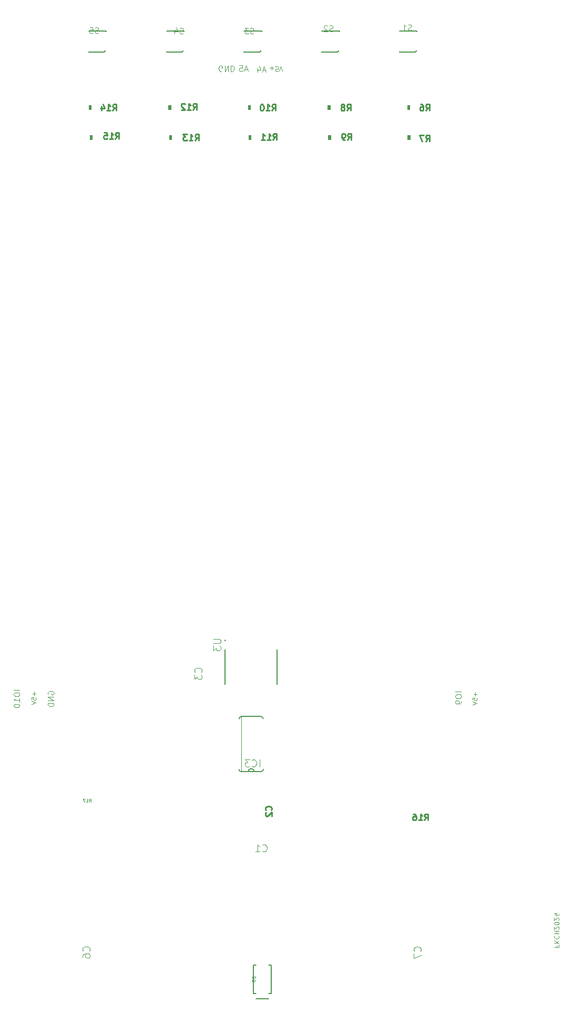
<source format=gbr>
%TF.GenerationSoftware,KiCad,Pcbnew,7.0.7*%
%TF.CreationDate,2024-02-03T16:57:13+08:00*%
%TF.ProjectId,lekirbot,6c656b69-7262-46f7-942e-6b696361645f,rev?*%
%TF.SameCoordinates,Original*%
%TF.FileFunction,Legend,Bot*%
%TF.FilePolarity,Positive*%
%FSLAX46Y46*%
G04 Gerber Fmt 4.6, Leading zero omitted, Abs format (unit mm)*
G04 Created by KiCad (PCBNEW 7.0.7) date 2024-02-03 16:57:13*
%MOMM*%
%LPD*%
G01*
G04 APERTURE LIST*
%ADD10C,0.081280*%
%ADD11C,0.065024*%
%ADD12C,0.101600*%
%ADD13C,0.097536*%
%ADD14C,0.121920*%
%ADD15C,0.250000*%
%ADD16C,0.093472*%
%ADD17C,0.114638*%
%ADD18C,0.116840*%
%ADD19C,0.114300*%
%ADD20C,0.203200*%
%ADD21C,0.127000*%
%ADD22C,0.050800*%
%ADD23C,0.152400*%
G04 APERTURE END LIST*
D10*
X47151181Y-129536425D02*
X46216461Y-129536425D01*
X46216461Y-130159572D02*
X46216461Y-130337614D01*
X46216461Y-130337614D02*
X46260971Y-130426635D01*
X46260971Y-130426635D02*
X46349992Y-130515656D01*
X46349992Y-130515656D02*
X46528034Y-130560166D01*
X46528034Y-130560166D02*
X46839608Y-130560166D01*
X46839608Y-130560166D02*
X47017650Y-130515656D01*
X47017650Y-130515656D02*
X47106671Y-130426635D01*
X47106671Y-130426635D02*
X47151181Y-130337614D01*
X47151181Y-130337614D02*
X47151181Y-130159572D01*
X47151181Y-130159572D02*
X47106671Y-130070551D01*
X47106671Y-130070551D02*
X47017650Y-129981530D01*
X47017650Y-129981530D02*
X46839608Y-129937019D01*
X46839608Y-129937019D02*
X46528034Y-129937019D01*
X46528034Y-129937019D02*
X46349992Y-129981530D01*
X46349992Y-129981530D02*
X46260971Y-130070551D01*
X46260971Y-130070551D02*
X46216461Y-130159572D01*
X47151181Y-131450375D02*
X47151181Y-130916249D01*
X47151181Y-131183312D02*
X46216461Y-131183312D01*
X46216461Y-131183312D02*
X46349992Y-131094291D01*
X46349992Y-131094291D02*
X46439013Y-131005270D01*
X46439013Y-131005270D02*
X46483524Y-130916249D01*
X46216461Y-132029012D02*
X46216461Y-132118033D01*
X46216461Y-132118033D02*
X46260971Y-132207054D01*
X46260971Y-132207054D02*
X46305482Y-132251564D01*
X46305482Y-132251564D02*
X46394503Y-132296075D01*
X46394503Y-132296075D02*
X46572545Y-132340585D01*
X46572545Y-132340585D02*
X46795097Y-132340585D01*
X46795097Y-132340585D02*
X46973139Y-132296075D01*
X46973139Y-132296075D02*
X47062160Y-132251564D01*
X47062160Y-132251564D02*
X47106671Y-132207054D01*
X47106671Y-132207054D02*
X47151181Y-132118033D01*
X47151181Y-132118033D02*
X47151181Y-132029012D01*
X47151181Y-132029012D02*
X47106671Y-131939991D01*
X47106671Y-131939991D02*
X47062160Y-131895480D01*
X47062160Y-131895480D02*
X46973139Y-131850970D01*
X46973139Y-131850970D02*
X46795097Y-131806459D01*
X46795097Y-131806459D02*
X46572545Y-131806459D01*
X46572545Y-131806459D02*
X46394503Y-131850970D01*
X46394503Y-131850970D02*
X46305482Y-131895480D01*
X46305482Y-131895480D02*
X46260971Y-131939991D01*
X46260971Y-131939991D02*
X46216461Y-132029012D01*
X59814485Y-23763471D02*
X59680953Y-23807981D01*
X59680953Y-23807981D02*
X59458401Y-23807981D01*
X59458401Y-23807981D02*
X59369380Y-23763471D01*
X59369380Y-23763471D02*
X59324869Y-23718960D01*
X59324869Y-23718960D02*
X59280359Y-23629939D01*
X59280359Y-23629939D02*
X59280359Y-23540918D01*
X59280359Y-23540918D02*
X59324869Y-23451897D01*
X59324869Y-23451897D02*
X59369380Y-23407387D01*
X59369380Y-23407387D02*
X59458401Y-23362876D01*
X59458401Y-23362876D02*
X59636443Y-23318366D01*
X59636443Y-23318366D02*
X59725464Y-23273855D01*
X59725464Y-23273855D02*
X59769974Y-23229345D01*
X59769974Y-23229345D02*
X59814485Y-23140324D01*
X59814485Y-23140324D02*
X59814485Y-23051303D01*
X59814485Y-23051303D02*
X59769974Y-22962282D01*
X59769974Y-22962282D02*
X59725464Y-22917771D01*
X59725464Y-22917771D02*
X59636443Y-22873261D01*
X59636443Y-22873261D02*
X59413890Y-22873261D01*
X59413890Y-22873261D02*
X59280359Y-22917771D01*
X58434659Y-22873261D02*
X58879764Y-22873261D01*
X58879764Y-22873261D02*
X58924275Y-23318366D01*
X58924275Y-23318366D02*
X58879764Y-23273855D01*
X58879764Y-23273855D02*
X58790743Y-23229345D01*
X58790743Y-23229345D02*
X58568191Y-23229345D01*
X58568191Y-23229345D02*
X58479170Y-23273855D01*
X58479170Y-23273855D02*
X58434659Y-23318366D01*
X58434659Y-23318366D02*
X58390149Y-23407387D01*
X58390149Y-23407387D02*
X58390149Y-23629939D01*
X58390149Y-23629939D02*
X58434659Y-23718960D01*
X58434659Y-23718960D02*
X58479170Y-23763471D01*
X58479170Y-23763471D02*
X58568191Y-23807981D01*
X58568191Y-23807981D02*
X58790743Y-23807981D01*
X58790743Y-23807981D02*
X58879764Y-23763471D01*
X58879764Y-23763471D02*
X58924275Y-23718960D01*
X79734640Y-29913828D02*
X79645619Y-29958338D01*
X79645619Y-29958338D02*
X79512088Y-29958338D01*
X79512088Y-29958338D02*
X79378556Y-29913828D01*
X79378556Y-29913828D02*
X79289535Y-29824807D01*
X79289535Y-29824807D02*
X79245025Y-29735786D01*
X79245025Y-29735786D02*
X79200514Y-29557744D01*
X79200514Y-29557744D02*
X79200514Y-29424212D01*
X79200514Y-29424212D02*
X79245025Y-29246170D01*
X79245025Y-29246170D02*
X79289535Y-29157149D01*
X79289535Y-29157149D02*
X79378556Y-29068129D01*
X79378556Y-29068129D02*
X79512088Y-29023618D01*
X79512088Y-29023618D02*
X79601109Y-29023618D01*
X79601109Y-29023618D02*
X79734640Y-29068129D01*
X79734640Y-29068129D02*
X79779151Y-29112639D01*
X79779151Y-29112639D02*
X79779151Y-29424212D01*
X79779151Y-29424212D02*
X79601109Y-29424212D01*
X80179745Y-29023618D02*
X80179745Y-29958338D01*
X80179745Y-29958338D02*
X80713871Y-29023618D01*
X80713871Y-29023618D02*
X80713871Y-29958338D01*
X81158975Y-29023618D02*
X81158975Y-29958338D01*
X81158975Y-29958338D02*
X81381527Y-29958338D01*
X81381527Y-29958338D02*
X81515059Y-29913828D01*
X81515059Y-29913828D02*
X81604080Y-29824807D01*
X81604080Y-29824807D02*
X81648590Y-29735786D01*
X81648590Y-29735786D02*
X81693101Y-29557744D01*
X81693101Y-29557744D02*
X81693101Y-29424212D01*
X81693101Y-29424212D02*
X81648590Y-29246170D01*
X81648590Y-29246170D02*
X81604080Y-29157149D01*
X81604080Y-29157149D02*
X81515059Y-29068129D01*
X81515059Y-29068129D02*
X81381527Y-29023618D01*
X81381527Y-29023618D02*
X81158975Y-29023618D01*
X73453328Y-23839671D02*
X73319796Y-23884181D01*
X73319796Y-23884181D02*
X73097244Y-23884181D01*
X73097244Y-23884181D02*
X73008223Y-23839671D01*
X73008223Y-23839671D02*
X72963712Y-23795160D01*
X72963712Y-23795160D02*
X72919202Y-23706139D01*
X72919202Y-23706139D02*
X72919202Y-23617118D01*
X72919202Y-23617118D02*
X72963712Y-23528097D01*
X72963712Y-23528097D02*
X73008223Y-23483587D01*
X73008223Y-23483587D02*
X73097244Y-23439076D01*
X73097244Y-23439076D02*
X73275286Y-23394566D01*
X73275286Y-23394566D02*
X73364307Y-23350055D01*
X73364307Y-23350055D02*
X73408817Y-23305545D01*
X73408817Y-23305545D02*
X73453328Y-23216524D01*
X73453328Y-23216524D02*
X73453328Y-23127503D01*
X73453328Y-23127503D02*
X73408817Y-23038482D01*
X73408817Y-23038482D02*
X73364307Y-22993971D01*
X73364307Y-22993971D02*
X73275286Y-22949461D01*
X73275286Y-22949461D02*
X73052733Y-22949461D01*
X73052733Y-22949461D02*
X72919202Y-22993971D01*
X72118013Y-23261034D02*
X72118013Y-23884181D01*
X72340565Y-22904951D02*
X72563118Y-23572608D01*
X72563118Y-23572608D02*
X71984481Y-23572608D01*
X110258885Y-23306271D02*
X110125353Y-23350781D01*
X110125353Y-23350781D02*
X109902801Y-23350781D01*
X109902801Y-23350781D02*
X109813780Y-23306271D01*
X109813780Y-23306271D02*
X109769269Y-23261760D01*
X109769269Y-23261760D02*
X109724759Y-23172739D01*
X109724759Y-23172739D02*
X109724759Y-23083718D01*
X109724759Y-23083718D02*
X109769269Y-22994697D01*
X109769269Y-22994697D02*
X109813780Y-22950187D01*
X109813780Y-22950187D02*
X109902801Y-22905676D01*
X109902801Y-22905676D02*
X110080843Y-22861166D01*
X110080843Y-22861166D02*
X110169864Y-22816655D01*
X110169864Y-22816655D02*
X110214374Y-22772145D01*
X110214374Y-22772145D02*
X110258885Y-22683124D01*
X110258885Y-22683124D02*
X110258885Y-22594103D01*
X110258885Y-22594103D02*
X110214374Y-22505082D01*
X110214374Y-22505082D02*
X110169864Y-22460571D01*
X110169864Y-22460571D02*
X110080843Y-22416061D01*
X110080843Y-22416061D02*
X109858290Y-22416061D01*
X109858290Y-22416061D02*
X109724759Y-22460571D01*
X108834549Y-23350781D02*
X109368675Y-23350781D01*
X109101612Y-23350781D02*
X109101612Y-22416061D01*
X109101612Y-22416061D02*
X109190633Y-22549592D01*
X109190633Y-22549592D02*
X109279654Y-22638613D01*
X109279654Y-22638613D02*
X109368675Y-22683124D01*
D11*
X133647489Y-170669367D02*
X133647489Y-170918626D01*
X133255797Y-170918626D02*
X134003573Y-170918626D01*
X134003573Y-170918626D02*
X134003573Y-170562542D01*
X133255797Y-170277675D02*
X134003573Y-170277675D01*
X133255797Y-169850374D02*
X133683098Y-170170849D01*
X134003573Y-169850374D02*
X133576273Y-170277675D01*
X133327014Y-169102598D02*
X133291406Y-169138206D01*
X133291406Y-169138206D02*
X133255797Y-169245032D01*
X133255797Y-169245032D02*
X133255797Y-169316248D01*
X133255797Y-169316248D02*
X133291406Y-169423073D01*
X133291406Y-169423073D02*
X133362622Y-169494290D01*
X133362622Y-169494290D02*
X133433839Y-169529899D01*
X133433839Y-169529899D02*
X133576273Y-169565507D01*
X133576273Y-169565507D02*
X133683098Y-169565507D01*
X133683098Y-169565507D02*
X133825531Y-169529899D01*
X133825531Y-169529899D02*
X133896748Y-169494290D01*
X133896748Y-169494290D02*
X133967965Y-169423073D01*
X133967965Y-169423073D02*
X134003573Y-169316248D01*
X134003573Y-169316248D02*
X134003573Y-169245032D01*
X134003573Y-169245032D02*
X133967965Y-169138206D01*
X133967965Y-169138206D02*
X133932356Y-169102598D01*
X133255797Y-168782123D02*
X134003573Y-168782123D01*
X133647489Y-168782123D02*
X133647489Y-168354822D01*
X133255797Y-168354822D02*
X134003573Y-168354822D01*
X133932356Y-168034347D02*
X133967965Y-167998739D01*
X133967965Y-167998739D02*
X134003573Y-167927522D01*
X134003573Y-167927522D02*
X134003573Y-167749480D01*
X134003573Y-167749480D02*
X133967965Y-167678263D01*
X133967965Y-167678263D02*
X133932356Y-167642655D01*
X133932356Y-167642655D02*
X133861140Y-167607046D01*
X133861140Y-167607046D02*
X133789923Y-167607046D01*
X133789923Y-167607046D02*
X133683098Y-167642655D01*
X133683098Y-167642655D02*
X133255797Y-168069955D01*
X133255797Y-168069955D02*
X133255797Y-167607046D01*
X134003573Y-167144137D02*
X134003573Y-167072920D01*
X134003573Y-167072920D02*
X133967965Y-167001704D01*
X133967965Y-167001704D02*
X133932356Y-166966095D01*
X133932356Y-166966095D02*
X133861140Y-166930487D01*
X133861140Y-166930487D02*
X133718706Y-166894878D01*
X133718706Y-166894878D02*
X133540664Y-166894878D01*
X133540664Y-166894878D02*
X133398231Y-166930487D01*
X133398231Y-166930487D02*
X133327014Y-166966095D01*
X133327014Y-166966095D02*
X133291406Y-167001704D01*
X133291406Y-167001704D02*
X133255797Y-167072920D01*
X133255797Y-167072920D02*
X133255797Y-167144137D01*
X133255797Y-167144137D02*
X133291406Y-167215354D01*
X133291406Y-167215354D02*
X133327014Y-167250962D01*
X133327014Y-167250962D02*
X133398231Y-167286571D01*
X133398231Y-167286571D02*
X133540664Y-167322179D01*
X133540664Y-167322179D02*
X133718706Y-167322179D01*
X133718706Y-167322179D02*
X133861140Y-167286571D01*
X133861140Y-167286571D02*
X133932356Y-167250962D01*
X133932356Y-167250962D02*
X133967965Y-167215354D01*
X133967965Y-167215354D02*
X134003573Y-167144137D01*
X133932356Y-166610011D02*
X133967965Y-166574403D01*
X133967965Y-166574403D02*
X134003573Y-166503186D01*
X134003573Y-166503186D02*
X134003573Y-166325144D01*
X134003573Y-166325144D02*
X133967965Y-166253927D01*
X133967965Y-166253927D02*
X133932356Y-166218319D01*
X133932356Y-166218319D02*
X133861140Y-166182710D01*
X133861140Y-166182710D02*
X133789923Y-166182710D01*
X133789923Y-166182710D02*
X133683098Y-166218319D01*
X133683098Y-166218319D02*
X133255797Y-166645619D01*
X133255797Y-166645619D02*
X133255797Y-166182710D01*
X133754314Y-165541759D02*
X133255797Y-165541759D01*
X134039182Y-165719801D02*
X133505056Y-165897843D01*
X133505056Y-165897843D02*
X133505056Y-165434934D01*
X120524638Y-129913019D02*
X120524638Y-130482754D01*
X120809505Y-130197886D02*
X120239771Y-130197886D01*
X120061729Y-131194921D02*
X120061729Y-130838837D01*
X120061729Y-130838837D02*
X120417813Y-130803229D01*
X120417813Y-130803229D02*
X120382204Y-130838837D01*
X120382204Y-130838837D02*
X120346596Y-130910054D01*
X120346596Y-130910054D02*
X120346596Y-131088096D01*
X120346596Y-131088096D02*
X120382204Y-131159313D01*
X120382204Y-131159313D02*
X120417813Y-131194921D01*
X120417813Y-131194921D02*
X120489029Y-131230530D01*
X120489029Y-131230530D02*
X120667071Y-131230530D01*
X120667071Y-131230530D02*
X120738288Y-131194921D01*
X120738288Y-131194921D02*
X120773897Y-131159313D01*
X120773897Y-131159313D02*
X120809505Y-131088096D01*
X120809505Y-131088096D02*
X120809505Y-130910054D01*
X120809505Y-130910054D02*
X120773897Y-130838837D01*
X120773897Y-130838837D02*
X120738288Y-130803229D01*
X120061729Y-131444180D02*
X120809505Y-131693439D01*
X120809505Y-131693439D02*
X120061729Y-131942698D01*
D10*
X86738485Y-29763918D02*
X86293380Y-29763918D01*
X86827506Y-30030981D02*
X86515932Y-29096261D01*
X86515932Y-29096261D02*
X86204359Y-30030981D01*
X85492191Y-29407834D02*
X85492191Y-30030981D01*
X85714743Y-29051751D02*
X85937296Y-29719408D01*
X85937296Y-29719408D02*
X85358659Y-29719408D01*
D11*
X87444819Y-29411761D02*
X88014554Y-29411761D01*
X87729686Y-29126894D02*
X87729686Y-29696628D01*
X88726721Y-29874670D02*
X88370637Y-29874670D01*
X88370637Y-29874670D02*
X88335029Y-29518586D01*
X88335029Y-29518586D02*
X88370637Y-29554195D01*
X88370637Y-29554195D02*
X88441854Y-29589803D01*
X88441854Y-29589803D02*
X88619896Y-29589803D01*
X88619896Y-29589803D02*
X88691113Y-29554195D01*
X88691113Y-29554195D02*
X88726721Y-29518586D01*
X88726721Y-29518586D02*
X88762330Y-29447370D01*
X88762330Y-29447370D02*
X88762330Y-29269328D01*
X88762330Y-29269328D02*
X88726721Y-29198111D01*
X88726721Y-29198111D02*
X88691113Y-29162503D01*
X88691113Y-29162503D02*
X88619896Y-29126894D01*
X88619896Y-29126894D02*
X88441854Y-29126894D01*
X88441854Y-29126894D02*
X88370637Y-29162503D01*
X88370637Y-29162503D02*
X88335029Y-29198111D01*
X88975980Y-29874670D02*
X89225239Y-29126894D01*
X89225239Y-29126894D02*
X89474498Y-29874670D01*
D10*
X51747371Y-130229240D02*
X51702861Y-130140219D01*
X51702861Y-130140219D02*
X51702861Y-130006688D01*
X51702861Y-130006688D02*
X51747371Y-129873156D01*
X51747371Y-129873156D02*
X51836392Y-129784135D01*
X51836392Y-129784135D02*
X51925413Y-129739625D01*
X51925413Y-129739625D02*
X52103455Y-129695114D01*
X52103455Y-129695114D02*
X52236987Y-129695114D01*
X52236987Y-129695114D02*
X52415029Y-129739625D01*
X52415029Y-129739625D02*
X52504050Y-129784135D01*
X52504050Y-129784135D02*
X52593071Y-129873156D01*
X52593071Y-129873156D02*
X52637581Y-130006688D01*
X52637581Y-130006688D02*
X52637581Y-130095709D01*
X52637581Y-130095709D02*
X52593071Y-130229240D01*
X52593071Y-130229240D02*
X52548560Y-130273751D01*
X52548560Y-130273751D02*
X52236987Y-130273751D01*
X52236987Y-130273751D02*
X52236987Y-130095709D01*
X52637581Y-130674345D02*
X51702861Y-130674345D01*
X51702861Y-130674345D02*
X52637581Y-131208471D01*
X52637581Y-131208471D02*
X51702861Y-131208471D01*
X52637581Y-131653575D02*
X51702861Y-131653575D01*
X51702861Y-131653575D02*
X51702861Y-131876127D01*
X51702861Y-131876127D02*
X51747371Y-132009659D01*
X51747371Y-132009659D02*
X51836392Y-132098680D01*
X51836392Y-132098680D02*
X51925413Y-132143190D01*
X51925413Y-132143190D02*
X52103455Y-132187701D01*
X52103455Y-132187701D02*
X52236987Y-132187701D01*
X52236987Y-132187701D02*
X52415029Y-132143190D01*
X52415029Y-132143190D02*
X52504050Y-132098680D01*
X52504050Y-132098680D02*
X52593071Y-132009659D01*
X52593071Y-132009659D02*
X52637581Y-131876127D01*
X52637581Y-131876127D02*
X52637581Y-131653575D01*
X83817485Y-29662318D02*
X83372380Y-29662318D01*
X83906506Y-29929381D02*
X83594932Y-28994661D01*
X83594932Y-28994661D02*
X83283359Y-29929381D01*
X82526680Y-28994661D02*
X82971785Y-28994661D01*
X82971785Y-28994661D02*
X83016296Y-29439766D01*
X83016296Y-29439766D02*
X82971785Y-29395255D01*
X82971785Y-29395255D02*
X82882764Y-29350745D01*
X82882764Y-29350745D02*
X82660212Y-29350745D01*
X82660212Y-29350745D02*
X82571191Y-29395255D01*
X82571191Y-29395255D02*
X82526680Y-29439766D01*
X82526680Y-29439766D02*
X82482170Y-29528787D01*
X82482170Y-29528787D02*
X82482170Y-29751339D01*
X82482170Y-29751339D02*
X82526680Y-29840360D01*
X82526680Y-29840360D02*
X82571191Y-29884871D01*
X82571191Y-29884871D02*
X82660212Y-29929381D01*
X82660212Y-29929381D02*
X82882764Y-29929381D01*
X82882764Y-29929381D02*
X82971785Y-29884871D01*
X82971785Y-29884871D02*
X83016296Y-29840360D01*
D11*
X49480838Y-129811419D02*
X49480838Y-130381154D01*
X49765705Y-130096286D02*
X49195971Y-130096286D01*
X49017929Y-131093321D02*
X49017929Y-130737237D01*
X49017929Y-130737237D02*
X49374013Y-130701629D01*
X49374013Y-130701629D02*
X49338404Y-130737237D01*
X49338404Y-130737237D02*
X49302796Y-130808454D01*
X49302796Y-130808454D02*
X49302796Y-130986496D01*
X49302796Y-130986496D02*
X49338404Y-131057713D01*
X49338404Y-131057713D02*
X49374013Y-131093321D01*
X49374013Y-131093321D02*
X49445229Y-131128930D01*
X49445229Y-131128930D02*
X49623271Y-131128930D01*
X49623271Y-131128930D02*
X49694488Y-131093321D01*
X49694488Y-131093321D02*
X49730097Y-131057713D01*
X49730097Y-131057713D02*
X49765705Y-130986496D01*
X49765705Y-130986496D02*
X49765705Y-130808454D01*
X49765705Y-130808454D02*
X49730097Y-130737237D01*
X49730097Y-130737237D02*
X49694488Y-130701629D01*
X49017929Y-131342580D02*
X49765705Y-131591839D01*
X49765705Y-131591839D02*
X49017929Y-131841098D01*
D10*
X84822643Y-23839671D02*
X84689111Y-23884181D01*
X84689111Y-23884181D02*
X84466559Y-23884181D01*
X84466559Y-23884181D02*
X84377538Y-23839671D01*
X84377538Y-23839671D02*
X84333027Y-23795160D01*
X84333027Y-23795160D02*
X84288517Y-23706139D01*
X84288517Y-23706139D02*
X84288517Y-23617118D01*
X84288517Y-23617118D02*
X84333027Y-23528097D01*
X84333027Y-23528097D02*
X84377538Y-23483587D01*
X84377538Y-23483587D02*
X84466559Y-23439076D01*
X84466559Y-23439076D02*
X84644601Y-23394566D01*
X84644601Y-23394566D02*
X84733622Y-23350055D01*
X84733622Y-23350055D02*
X84778132Y-23305545D01*
X84778132Y-23305545D02*
X84822643Y-23216524D01*
X84822643Y-23216524D02*
X84822643Y-23127503D01*
X84822643Y-23127503D02*
X84778132Y-23038482D01*
X84778132Y-23038482D02*
X84733622Y-22993971D01*
X84733622Y-22993971D02*
X84644601Y-22949461D01*
X84644601Y-22949461D02*
X84422048Y-22949461D01*
X84422048Y-22949461D02*
X84288517Y-22993971D01*
X83976943Y-22949461D02*
X83398307Y-22949461D01*
X83398307Y-22949461D02*
X83709880Y-23305545D01*
X83709880Y-23305545D02*
X83576349Y-23305545D01*
X83576349Y-23305545D02*
X83487328Y-23350055D01*
X83487328Y-23350055D02*
X83442817Y-23394566D01*
X83442817Y-23394566D02*
X83398307Y-23483587D01*
X83398307Y-23483587D02*
X83398307Y-23706139D01*
X83398307Y-23706139D02*
X83442817Y-23795160D01*
X83442817Y-23795160D02*
X83487328Y-23839671D01*
X83487328Y-23839671D02*
X83576349Y-23884181D01*
X83576349Y-23884181D02*
X83843412Y-23884181D01*
X83843412Y-23884181D02*
X83932433Y-23839671D01*
X83932433Y-23839671D02*
X83976943Y-23795160D01*
X97584285Y-23458671D02*
X97450753Y-23503181D01*
X97450753Y-23503181D02*
X97228201Y-23503181D01*
X97228201Y-23503181D02*
X97139180Y-23458671D01*
X97139180Y-23458671D02*
X97094669Y-23414160D01*
X97094669Y-23414160D02*
X97050159Y-23325139D01*
X97050159Y-23325139D02*
X97050159Y-23236118D01*
X97050159Y-23236118D02*
X97094669Y-23147097D01*
X97094669Y-23147097D02*
X97139180Y-23102587D01*
X97139180Y-23102587D02*
X97228201Y-23058076D01*
X97228201Y-23058076D02*
X97406243Y-23013566D01*
X97406243Y-23013566D02*
X97495264Y-22969055D01*
X97495264Y-22969055D02*
X97539774Y-22924545D01*
X97539774Y-22924545D02*
X97584285Y-22835524D01*
X97584285Y-22835524D02*
X97584285Y-22746503D01*
X97584285Y-22746503D02*
X97539774Y-22657482D01*
X97539774Y-22657482D02*
X97495264Y-22612971D01*
X97495264Y-22612971D02*
X97406243Y-22568461D01*
X97406243Y-22568461D02*
X97183690Y-22568461D01*
X97183690Y-22568461D02*
X97050159Y-22612971D01*
X96694075Y-22657482D02*
X96649564Y-22612971D01*
X96649564Y-22612971D02*
X96560543Y-22568461D01*
X96560543Y-22568461D02*
X96337991Y-22568461D01*
X96337991Y-22568461D02*
X96248970Y-22612971D01*
X96248970Y-22612971D02*
X96204459Y-22657482D01*
X96204459Y-22657482D02*
X96159949Y-22746503D01*
X96159949Y-22746503D02*
X96159949Y-22835524D01*
X96159949Y-22835524D02*
X96204459Y-22969055D01*
X96204459Y-22969055D02*
X96738585Y-23503181D01*
X96738585Y-23503181D02*
X96159949Y-23503181D01*
X118271181Y-129841225D02*
X117336461Y-129841225D01*
X117336461Y-130464372D02*
X117336461Y-130642414D01*
X117336461Y-130642414D02*
X117380971Y-130731435D01*
X117380971Y-130731435D02*
X117469992Y-130820456D01*
X117469992Y-130820456D02*
X117648034Y-130864966D01*
X117648034Y-130864966D02*
X117959608Y-130864966D01*
X117959608Y-130864966D02*
X118137650Y-130820456D01*
X118137650Y-130820456D02*
X118226671Y-130731435D01*
X118226671Y-130731435D02*
X118271181Y-130642414D01*
X118271181Y-130642414D02*
X118271181Y-130464372D01*
X118271181Y-130464372D02*
X118226671Y-130375351D01*
X118226671Y-130375351D02*
X118137650Y-130286330D01*
X118137650Y-130286330D02*
X117959608Y-130241819D01*
X117959608Y-130241819D02*
X117648034Y-130241819D01*
X117648034Y-130241819D02*
X117469992Y-130286330D01*
X117469992Y-130286330D02*
X117380971Y-130375351D01*
X117380971Y-130375351D02*
X117336461Y-130464372D01*
X118271181Y-131310070D02*
X118271181Y-131488112D01*
X118271181Y-131488112D02*
X118226671Y-131577133D01*
X118226671Y-131577133D02*
X118182160Y-131621644D01*
X118182160Y-131621644D02*
X118048629Y-131710665D01*
X118048629Y-131710665D02*
X117870587Y-131755175D01*
X117870587Y-131755175D02*
X117514503Y-131755175D01*
X117514503Y-131755175D02*
X117425482Y-131710665D01*
X117425482Y-131710665D02*
X117380971Y-131666154D01*
X117380971Y-131666154D02*
X117336461Y-131577133D01*
X117336461Y-131577133D02*
X117336461Y-131399091D01*
X117336461Y-131399091D02*
X117380971Y-131310070D01*
X117380971Y-131310070D02*
X117425482Y-131265560D01*
X117425482Y-131265560D02*
X117514503Y-131221049D01*
X117514503Y-131221049D02*
X117737055Y-131221049D01*
X117737055Y-131221049D02*
X117826076Y-131265560D01*
X117826076Y-131265560D02*
X117870587Y-131310070D01*
X117870587Y-131310070D02*
X117915097Y-131399091D01*
X117915097Y-131399091D02*
X117915097Y-131577133D01*
X117915097Y-131577133D02*
X117870587Y-131666154D01*
X117870587Y-131666154D02*
X117826076Y-131710665D01*
X117826076Y-131710665D02*
X117737055Y-131755175D01*
D12*
X76372649Y-126691689D02*
X76428288Y-126636051D01*
X76428288Y-126636051D02*
X76483926Y-126469137D01*
X76483926Y-126469137D02*
X76483926Y-126357861D01*
X76483926Y-126357861D02*
X76428288Y-126190946D01*
X76428288Y-126190946D02*
X76317011Y-126079670D01*
X76317011Y-126079670D02*
X76205735Y-126024032D01*
X76205735Y-126024032D02*
X75983183Y-125968394D01*
X75983183Y-125968394D02*
X75816268Y-125968394D01*
X75816268Y-125968394D02*
X75593716Y-126024032D01*
X75593716Y-126024032D02*
X75482440Y-126079670D01*
X75482440Y-126079670D02*
X75371164Y-126190946D01*
X75371164Y-126190946D02*
X75315526Y-126357861D01*
X75315526Y-126357861D02*
X75315526Y-126469137D01*
X75315526Y-126469137D02*
X75371164Y-126636051D01*
X75371164Y-126636051D02*
X75426802Y-126691689D01*
X75315526Y-127081156D02*
X75315526Y-127804451D01*
X75315526Y-127804451D02*
X75760630Y-127414984D01*
X75760630Y-127414984D02*
X75760630Y-127581899D01*
X75760630Y-127581899D02*
X75816268Y-127693175D01*
X75816268Y-127693175D02*
X75871907Y-127748813D01*
X75871907Y-127748813D02*
X75983183Y-127804451D01*
X75983183Y-127804451D02*
X76261373Y-127804451D01*
X76261373Y-127804451D02*
X76372649Y-127748813D01*
X76372649Y-127748813D02*
X76428288Y-127693175D01*
X76428288Y-127693175D02*
X76483926Y-127581899D01*
X76483926Y-127581899D02*
X76483926Y-127248070D01*
X76483926Y-127248070D02*
X76428288Y-127136794D01*
X76428288Y-127136794D02*
X76372649Y-127081156D01*
D13*
X85088376Y-175728248D02*
X84576312Y-175728248D01*
X84576312Y-175728248D02*
X84576312Y-175850168D01*
X84576312Y-175850168D02*
X84600696Y-175923320D01*
X84600696Y-175923320D02*
X84649464Y-175972088D01*
X84649464Y-175972088D02*
X84698232Y-175996472D01*
X84698232Y-175996472D02*
X84795768Y-176020856D01*
X84795768Y-176020856D02*
X84868920Y-176020856D01*
X84868920Y-176020856D02*
X84966456Y-175996472D01*
X84966456Y-175996472D02*
X85015224Y-175972088D01*
X85015224Y-175972088D02*
X85063992Y-175923320D01*
X85063992Y-175923320D02*
X85088376Y-175850168D01*
X85088376Y-175850168D02*
X85088376Y-175728248D01*
X84576312Y-176191544D02*
X84576312Y-176532920D01*
X84576312Y-176532920D02*
X85088376Y-176313464D01*
D14*
X58327508Y-147583977D02*
X58490068Y-147351749D01*
X58606182Y-147583977D02*
X58606182Y-147096297D01*
X58606182Y-147096297D02*
X58420399Y-147096297D01*
X58420399Y-147096297D02*
X58373954Y-147119520D01*
X58373954Y-147119520D02*
X58350731Y-147142743D01*
X58350731Y-147142743D02*
X58327508Y-147189189D01*
X58327508Y-147189189D02*
X58327508Y-147258857D01*
X58327508Y-147258857D02*
X58350731Y-147305303D01*
X58350731Y-147305303D02*
X58373954Y-147328526D01*
X58373954Y-147328526D02*
X58420399Y-147351749D01*
X58420399Y-147351749D02*
X58606182Y-147351749D01*
X57863051Y-147583977D02*
X58141725Y-147583977D01*
X58002388Y-147583977D02*
X58002388Y-147096297D01*
X58002388Y-147096297D02*
X58048834Y-147165966D01*
X58048834Y-147165966D02*
X58095279Y-147212412D01*
X58095279Y-147212412D02*
X58141725Y-147235635D01*
X57700491Y-147096297D02*
X57375371Y-147096297D01*
X57375371Y-147096297D02*
X57584377Y-147583977D01*
D15*
X75074003Y-36135619D02*
X75407336Y-35659428D01*
X75645431Y-36135619D02*
X75645431Y-35135619D01*
X75645431Y-35135619D02*
X75264479Y-35135619D01*
X75264479Y-35135619D02*
X75169241Y-35183238D01*
X75169241Y-35183238D02*
X75121622Y-35230857D01*
X75121622Y-35230857D02*
X75074003Y-35326095D01*
X75074003Y-35326095D02*
X75074003Y-35468952D01*
X75074003Y-35468952D02*
X75121622Y-35564190D01*
X75121622Y-35564190D02*
X75169241Y-35611809D01*
X75169241Y-35611809D02*
X75264479Y-35659428D01*
X75264479Y-35659428D02*
X75645431Y-35659428D01*
X74121622Y-36135619D02*
X74693050Y-36135619D01*
X74407336Y-36135619D02*
X74407336Y-35135619D01*
X74407336Y-35135619D02*
X74502574Y-35278476D01*
X74502574Y-35278476D02*
X74597812Y-35373714D01*
X74597812Y-35373714D02*
X74693050Y-35421333D01*
X73740669Y-35230857D02*
X73693050Y-35183238D01*
X73693050Y-35183238D02*
X73597812Y-35135619D01*
X73597812Y-35135619D02*
X73359717Y-35135619D01*
X73359717Y-35135619D02*
X73264479Y-35183238D01*
X73264479Y-35183238D02*
X73216860Y-35230857D01*
X73216860Y-35230857D02*
X73169241Y-35326095D01*
X73169241Y-35326095D02*
X73169241Y-35421333D01*
X73169241Y-35421333D02*
X73216860Y-35564190D01*
X73216860Y-35564190D02*
X73788288Y-36135619D01*
X73788288Y-36135619D02*
X73169241Y-36135619D01*
X87628380Y-148880333D02*
X87676000Y-148832714D01*
X87676000Y-148832714D02*
X87723619Y-148689857D01*
X87723619Y-148689857D02*
X87723619Y-148594619D01*
X87723619Y-148594619D02*
X87676000Y-148451762D01*
X87676000Y-148451762D02*
X87580761Y-148356524D01*
X87580761Y-148356524D02*
X87485523Y-148308905D01*
X87485523Y-148308905D02*
X87295047Y-148261286D01*
X87295047Y-148261286D02*
X87152190Y-148261286D01*
X87152190Y-148261286D02*
X86961714Y-148308905D01*
X86961714Y-148308905D02*
X86866476Y-148356524D01*
X86866476Y-148356524D02*
X86771238Y-148451762D01*
X86771238Y-148451762D02*
X86723619Y-148594619D01*
X86723619Y-148594619D02*
X86723619Y-148689857D01*
X86723619Y-148689857D02*
X86771238Y-148832714D01*
X86771238Y-148832714D02*
X86818857Y-148880333D01*
X86818857Y-149261286D02*
X86771238Y-149308905D01*
X86771238Y-149308905D02*
X86723619Y-149404143D01*
X86723619Y-149404143D02*
X86723619Y-149642238D01*
X86723619Y-149642238D02*
X86771238Y-149737476D01*
X86771238Y-149737476D02*
X86818857Y-149785095D01*
X86818857Y-149785095D02*
X86914095Y-149832714D01*
X86914095Y-149832714D02*
X87009333Y-149832714D01*
X87009333Y-149832714D02*
X87152190Y-149785095D01*
X87152190Y-149785095D02*
X87723619Y-149213667D01*
X87723619Y-149213667D02*
X87723619Y-149832714D01*
D16*
X58336904Y-171557021D02*
X58392930Y-171500996D01*
X58392930Y-171500996D02*
X58448955Y-171332920D01*
X58448955Y-171332920D02*
X58448955Y-171220870D01*
X58448955Y-171220870D02*
X58392930Y-171052795D01*
X58392930Y-171052795D02*
X58280879Y-170940744D01*
X58280879Y-170940744D02*
X58168829Y-170884719D01*
X58168829Y-170884719D02*
X57944728Y-170828694D01*
X57944728Y-170828694D02*
X57776653Y-170828694D01*
X57776653Y-170828694D02*
X57552552Y-170884719D01*
X57552552Y-170884719D02*
X57440502Y-170940744D01*
X57440502Y-170940744D02*
X57328452Y-171052795D01*
X57328452Y-171052795D02*
X57272427Y-171220870D01*
X57272427Y-171220870D02*
X57272427Y-171332920D01*
X57272427Y-171332920D02*
X57328452Y-171500996D01*
X57328452Y-171500996D02*
X57384477Y-171557021D01*
X57272427Y-172565474D02*
X57272427Y-172341373D01*
X57272427Y-172341373D02*
X57328452Y-172229323D01*
X57328452Y-172229323D02*
X57384477Y-172173298D01*
X57384477Y-172173298D02*
X57552552Y-172061247D01*
X57552552Y-172061247D02*
X57776653Y-172005222D01*
X57776653Y-172005222D02*
X58224854Y-172005222D01*
X58224854Y-172005222D02*
X58336904Y-172061247D01*
X58336904Y-172061247D02*
X58392930Y-172117272D01*
X58392930Y-172117272D02*
X58448955Y-172229323D01*
X58448955Y-172229323D02*
X58448955Y-172453423D01*
X58448955Y-172453423D02*
X58392930Y-172565474D01*
X58392930Y-172565474D02*
X58336904Y-172621499D01*
X58336904Y-172621499D02*
X58224854Y-172677524D01*
X58224854Y-172677524D02*
X57944728Y-172677524D01*
X57944728Y-172677524D02*
X57832678Y-172621499D01*
X57832678Y-172621499D02*
X57776653Y-172565474D01*
X57776653Y-172565474D02*
X57720628Y-172453423D01*
X57720628Y-172453423D02*
X57720628Y-172229323D01*
X57720628Y-172229323D02*
X57776653Y-172117272D01*
X57776653Y-172117272D02*
X57832678Y-172061247D01*
X57832678Y-172061247D02*
X57944728Y-172005222D01*
D17*
X78338063Y-121333320D02*
X79276399Y-121333320D01*
X79276399Y-121333320D02*
X79386791Y-121388516D01*
X79386791Y-121388516D02*
X79441988Y-121443712D01*
X79441988Y-121443712D02*
X79497184Y-121554105D01*
X79497184Y-121554105D02*
X79497184Y-121774890D01*
X79497184Y-121774890D02*
X79441988Y-121885282D01*
X79441988Y-121885282D02*
X79386791Y-121940478D01*
X79386791Y-121940478D02*
X79276399Y-121995675D01*
X79276399Y-121995675D02*
X78338063Y-121995675D01*
X78338063Y-122437244D02*
X78338063Y-123154795D01*
X78338063Y-123154795D02*
X78779633Y-122768422D01*
X78779633Y-122768422D02*
X78779633Y-122934010D01*
X78779633Y-122934010D02*
X78834829Y-123044403D01*
X78834829Y-123044403D02*
X78890025Y-123099599D01*
X78890025Y-123099599D02*
X79000418Y-123154795D01*
X79000418Y-123154795D02*
X79276399Y-123154795D01*
X79276399Y-123154795D02*
X79386791Y-123099599D01*
X79386791Y-123099599D02*
X79441988Y-123044403D01*
X79441988Y-123044403D02*
X79497184Y-122934010D01*
X79497184Y-122934010D02*
X79497184Y-122602833D01*
X79497184Y-122602833D02*
X79441988Y-122492440D01*
X79441988Y-122492440D02*
X79386791Y-122437244D01*
D15*
X112338857Y-150486619D02*
X112672190Y-150010428D01*
X112910285Y-150486619D02*
X112910285Y-149486619D01*
X112910285Y-149486619D02*
X112529333Y-149486619D01*
X112529333Y-149486619D02*
X112434095Y-149534238D01*
X112434095Y-149534238D02*
X112386476Y-149581857D01*
X112386476Y-149581857D02*
X112338857Y-149677095D01*
X112338857Y-149677095D02*
X112338857Y-149819952D01*
X112338857Y-149819952D02*
X112386476Y-149915190D01*
X112386476Y-149915190D02*
X112434095Y-149962809D01*
X112434095Y-149962809D02*
X112529333Y-150010428D01*
X112529333Y-150010428D02*
X112910285Y-150010428D01*
X111386476Y-150486619D02*
X111957904Y-150486619D01*
X111672190Y-150486619D02*
X111672190Y-149486619D01*
X111672190Y-149486619D02*
X111767428Y-149629476D01*
X111767428Y-149629476D02*
X111862666Y-149724714D01*
X111862666Y-149724714D02*
X111957904Y-149772333D01*
X110529333Y-149486619D02*
X110719809Y-149486619D01*
X110719809Y-149486619D02*
X110815047Y-149534238D01*
X110815047Y-149534238D02*
X110862666Y-149581857D01*
X110862666Y-149581857D02*
X110957904Y-149724714D01*
X110957904Y-149724714D02*
X111005523Y-149915190D01*
X111005523Y-149915190D02*
X111005523Y-150296142D01*
X111005523Y-150296142D02*
X110957904Y-150391380D01*
X110957904Y-150391380D02*
X110910285Y-150439000D01*
X110910285Y-150439000D02*
X110815047Y-150486619D01*
X110815047Y-150486619D02*
X110624571Y-150486619D01*
X110624571Y-150486619D02*
X110529333Y-150439000D01*
X110529333Y-150439000D02*
X110481714Y-150391380D01*
X110481714Y-150391380D02*
X110434095Y-150296142D01*
X110434095Y-150296142D02*
X110434095Y-150058047D01*
X110434095Y-150058047D02*
X110481714Y-149962809D01*
X110481714Y-149962809D02*
X110529333Y-149915190D01*
X110529333Y-149915190D02*
X110624571Y-149867571D01*
X110624571Y-149867571D02*
X110815047Y-149867571D01*
X110815047Y-149867571D02*
X110910285Y-149915190D01*
X110910285Y-149915190D02*
X110957904Y-149962809D01*
X110957904Y-149962809D02*
X111005523Y-150058047D01*
X75386711Y-41088619D02*
X75720044Y-40612428D01*
X75958139Y-41088619D02*
X75958139Y-40088619D01*
X75958139Y-40088619D02*
X75577187Y-40088619D01*
X75577187Y-40088619D02*
X75481949Y-40136238D01*
X75481949Y-40136238D02*
X75434330Y-40183857D01*
X75434330Y-40183857D02*
X75386711Y-40279095D01*
X75386711Y-40279095D02*
X75386711Y-40421952D01*
X75386711Y-40421952D02*
X75434330Y-40517190D01*
X75434330Y-40517190D02*
X75481949Y-40564809D01*
X75481949Y-40564809D02*
X75577187Y-40612428D01*
X75577187Y-40612428D02*
X75958139Y-40612428D01*
X74434330Y-41088619D02*
X75005758Y-41088619D01*
X74720044Y-41088619D02*
X74720044Y-40088619D01*
X74720044Y-40088619D02*
X74815282Y-40231476D01*
X74815282Y-40231476D02*
X74910520Y-40326714D01*
X74910520Y-40326714D02*
X75005758Y-40374333D01*
X74100996Y-40088619D02*
X73481949Y-40088619D01*
X73481949Y-40088619D02*
X73815282Y-40469571D01*
X73815282Y-40469571D02*
X73672425Y-40469571D01*
X73672425Y-40469571D02*
X73577187Y-40517190D01*
X73577187Y-40517190D02*
X73529568Y-40564809D01*
X73529568Y-40564809D02*
X73481949Y-40660047D01*
X73481949Y-40660047D02*
X73481949Y-40898142D01*
X73481949Y-40898142D02*
X73529568Y-40993380D01*
X73529568Y-40993380D02*
X73577187Y-41041000D01*
X73577187Y-41041000D02*
X73672425Y-41088619D01*
X73672425Y-41088619D02*
X73958139Y-41088619D01*
X73958139Y-41088619D02*
X74053377Y-41041000D01*
X74053377Y-41041000D02*
X74100996Y-40993380D01*
D18*
X86256565Y-155447771D02*
X86311477Y-155502684D01*
X86311477Y-155502684D02*
X86476215Y-155557596D01*
X86476215Y-155557596D02*
X86586039Y-155557596D01*
X86586039Y-155557596D02*
X86750776Y-155502684D01*
X86750776Y-155502684D02*
X86860601Y-155392859D01*
X86860601Y-155392859D02*
X86915514Y-155283034D01*
X86915514Y-155283034D02*
X86970426Y-155063384D01*
X86970426Y-155063384D02*
X86970426Y-154898647D01*
X86970426Y-154898647D02*
X86915514Y-154678998D01*
X86915514Y-154678998D02*
X86860601Y-154569173D01*
X86860601Y-154569173D02*
X86750776Y-154459348D01*
X86750776Y-154459348D02*
X86586039Y-154404436D01*
X86586039Y-154404436D02*
X86476215Y-154404436D01*
X86476215Y-154404436D02*
X86311477Y-154459348D01*
X86311477Y-154459348D02*
X86256565Y-154514261D01*
X85158317Y-155557596D02*
X85817266Y-155557596D01*
X85487792Y-155557596D02*
X85487792Y-154404436D01*
X85487792Y-154404436D02*
X85597616Y-154569173D01*
X85597616Y-154569173D02*
X85707441Y-154678998D01*
X85707441Y-154678998D02*
X85817266Y-154733910D01*
D15*
X87959711Y-40988619D02*
X88293044Y-40512428D01*
X88531139Y-40988619D02*
X88531139Y-39988619D01*
X88531139Y-39988619D02*
X88150187Y-39988619D01*
X88150187Y-39988619D02*
X88054949Y-40036238D01*
X88054949Y-40036238D02*
X88007330Y-40083857D01*
X88007330Y-40083857D02*
X87959711Y-40179095D01*
X87959711Y-40179095D02*
X87959711Y-40321952D01*
X87959711Y-40321952D02*
X88007330Y-40417190D01*
X88007330Y-40417190D02*
X88054949Y-40464809D01*
X88054949Y-40464809D02*
X88150187Y-40512428D01*
X88150187Y-40512428D02*
X88531139Y-40512428D01*
X87007330Y-40988619D02*
X87578758Y-40988619D01*
X87293044Y-40988619D02*
X87293044Y-39988619D01*
X87293044Y-39988619D02*
X87388282Y-40131476D01*
X87388282Y-40131476D02*
X87483520Y-40226714D01*
X87483520Y-40226714D02*
X87578758Y-40274333D01*
X86054949Y-40988619D02*
X86626377Y-40988619D01*
X86340663Y-40988619D02*
X86340663Y-39988619D01*
X86340663Y-39988619D02*
X86435901Y-40131476D01*
X86435901Y-40131476D02*
X86531139Y-40226714D01*
X86531139Y-40226714D02*
X86626377Y-40274333D01*
D19*
X85766730Y-141869789D02*
X85766730Y-140714089D01*
X84555997Y-141759722D02*
X84611030Y-141814756D01*
X84611030Y-141814756D02*
X84776130Y-141869789D01*
X84776130Y-141869789D02*
X84886197Y-141869789D01*
X84886197Y-141869789D02*
X85051297Y-141814756D01*
X85051297Y-141814756D02*
X85161364Y-141704689D01*
X85161364Y-141704689D02*
X85216397Y-141594622D01*
X85216397Y-141594622D02*
X85271430Y-141374489D01*
X85271430Y-141374489D02*
X85271430Y-141209389D01*
X85271430Y-141209389D02*
X85216397Y-140989256D01*
X85216397Y-140989256D02*
X85161364Y-140879189D01*
X85161364Y-140879189D02*
X85051297Y-140769122D01*
X85051297Y-140769122D02*
X84886197Y-140714089D01*
X84886197Y-140714089D02*
X84776130Y-140714089D01*
X84776130Y-140714089D02*
X84611030Y-140769122D01*
X84611030Y-140769122D02*
X84555997Y-140824156D01*
X84170764Y-140714089D02*
X83455330Y-140714089D01*
X83455330Y-140714089D02*
X83840564Y-141154356D01*
X83840564Y-141154356D02*
X83675464Y-141154356D01*
X83675464Y-141154356D02*
X83565397Y-141209389D01*
X83565397Y-141209389D02*
X83510364Y-141264422D01*
X83510364Y-141264422D02*
X83455330Y-141374489D01*
X83455330Y-141374489D02*
X83455330Y-141649656D01*
X83455330Y-141649656D02*
X83510364Y-141759722D01*
X83510364Y-141759722D02*
X83565397Y-141814756D01*
X83565397Y-141814756D02*
X83675464Y-141869789D01*
X83675464Y-141869789D02*
X84005664Y-141869789D01*
X84005664Y-141869789D02*
X84115730Y-141814756D01*
X84115730Y-141814756D02*
X84170764Y-141759722D01*
D15*
X62559711Y-40834619D02*
X62893044Y-40358428D01*
X63131139Y-40834619D02*
X63131139Y-39834619D01*
X63131139Y-39834619D02*
X62750187Y-39834619D01*
X62750187Y-39834619D02*
X62654949Y-39882238D01*
X62654949Y-39882238D02*
X62607330Y-39929857D01*
X62607330Y-39929857D02*
X62559711Y-40025095D01*
X62559711Y-40025095D02*
X62559711Y-40167952D01*
X62559711Y-40167952D02*
X62607330Y-40263190D01*
X62607330Y-40263190D02*
X62654949Y-40310809D01*
X62654949Y-40310809D02*
X62750187Y-40358428D01*
X62750187Y-40358428D02*
X63131139Y-40358428D01*
X61607330Y-40834619D02*
X62178758Y-40834619D01*
X61893044Y-40834619D02*
X61893044Y-39834619D01*
X61893044Y-39834619D02*
X61988282Y-39977476D01*
X61988282Y-39977476D02*
X62083520Y-40072714D01*
X62083520Y-40072714D02*
X62178758Y-40120333D01*
X60702568Y-39834619D02*
X61178758Y-39834619D01*
X61178758Y-39834619D02*
X61226377Y-40310809D01*
X61226377Y-40310809D02*
X61178758Y-40263190D01*
X61178758Y-40263190D02*
X61083520Y-40215571D01*
X61083520Y-40215571D02*
X60845425Y-40215571D01*
X60845425Y-40215571D02*
X60750187Y-40263190D01*
X60750187Y-40263190D02*
X60702568Y-40310809D01*
X60702568Y-40310809D02*
X60654949Y-40406047D01*
X60654949Y-40406047D02*
X60654949Y-40644142D01*
X60654949Y-40644142D02*
X60702568Y-40739380D01*
X60702568Y-40739380D02*
X60750187Y-40787000D01*
X60750187Y-40787000D02*
X60845425Y-40834619D01*
X60845425Y-40834619D02*
X61083520Y-40834619D01*
X61083520Y-40834619D02*
X61178758Y-40787000D01*
X61178758Y-40787000D02*
X61226377Y-40739380D01*
X87774003Y-36262619D02*
X88107336Y-35786428D01*
X88345431Y-36262619D02*
X88345431Y-35262619D01*
X88345431Y-35262619D02*
X87964479Y-35262619D01*
X87964479Y-35262619D02*
X87869241Y-35310238D01*
X87869241Y-35310238D02*
X87821622Y-35357857D01*
X87821622Y-35357857D02*
X87774003Y-35453095D01*
X87774003Y-35453095D02*
X87774003Y-35595952D01*
X87774003Y-35595952D02*
X87821622Y-35691190D01*
X87821622Y-35691190D02*
X87869241Y-35738809D01*
X87869241Y-35738809D02*
X87964479Y-35786428D01*
X87964479Y-35786428D02*
X88345431Y-35786428D01*
X86821622Y-36262619D02*
X87393050Y-36262619D01*
X87107336Y-36262619D02*
X87107336Y-35262619D01*
X87107336Y-35262619D02*
X87202574Y-35405476D01*
X87202574Y-35405476D02*
X87297812Y-35500714D01*
X87297812Y-35500714D02*
X87393050Y-35548333D01*
X86202574Y-35262619D02*
X86107336Y-35262619D01*
X86107336Y-35262619D02*
X86012098Y-35310238D01*
X86012098Y-35310238D02*
X85964479Y-35357857D01*
X85964479Y-35357857D02*
X85916860Y-35453095D01*
X85916860Y-35453095D02*
X85869241Y-35643571D01*
X85869241Y-35643571D02*
X85869241Y-35881666D01*
X85869241Y-35881666D02*
X85916860Y-36072142D01*
X85916860Y-36072142D02*
X85964479Y-36167380D01*
X85964479Y-36167380D02*
X86012098Y-36215000D01*
X86012098Y-36215000D02*
X86107336Y-36262619D01*
X86107336Y-36262619D02*
X86202574Y-36262619D01*
X86202574Y-36262619D02*
X86297812Y-36215000D01*
X86297812Y-36215000D02*
X86345431Y-36167380D01*
X86345431Y-36167380D02*
X86393050Y-36072142D01*
X86393050Y-36072142D02*
X86440669Y-35881666D01*
X86440669Y-35881666D02*
X86440669Y-35643571D01*
X86440669Y-35643571D02*
X86393050Y-35453095D01*
X86393050Y-35453095D02*
X86345431Y-35357857D01*
X86345431Y-35357857D02*
X86297812Y-35310238D01*
X86297812Y-35310238D02*
X86202574Y-35262619D01*
D16*
X111676904Y-171582421D02*
X111732930Y-171526396D01*
X111732930Y-171526396D02*
X111788955Y-171358320D01*
X111788955Y-171358320D02*
X111788955Y-171246270D01*
X111788955Y-171246270D02*
X111732930Y-171078195D01*
X111732930Y-171078195D02*
X111620879Y-170966144D01*
X111620879Y-170966144D02*
X111508829Y-170910119D01*
X111508829Y-170910119D02*
X111284728Y-170854094D01*
X111284728Y-170854094D02*
X111116653Y-170854094D01*
X111116653Y-170854094D02*
X110892552Y-170910119D01*
X110892552Y-170910119D02*
X110780502Y-170966144D01*
X110780502Y-170966144D02*
X110668452Y-171078195D01*
X110668452Y-171078195D02*
X110612427Y-171246270D01*
X110612427Y-171246270D02*
X110612427Y-171358320D01*
X110612427Y-171358320D02*
X110668452Y-171526396D01*
X110668452Y-171526396D02*
X110724477Y-171582421D01*
X110612427Y-171974597D02*
X110612427Y-172758949D01*
X110612427Y-172758949D02*
X111788955Y-172254723D01*
D15*
X112539003Y-41242619D02*
X112872336Y-40766428D01*
X113110431Y-41242619D02*
X113110431Y-40242619D01*
X113110431Y-40242619D02*
X112729479Y-40242619D01*
X112729479Y-40242619D02*
X112634241Y-40290238D01*
X112634241Y-40290238D02*
X112586622Y-40337857D01*
X112586622Y-40337857D02*
X112539003Y-40433095D01*
X112539003Y-40433095D02*
X112539003Y-40575952D01*
X112539003Y-40575952D02*
X112586622Y-40671190D01*
X112586622Y-40671190D02*
X112634241Y-40718809D01*
X112634241Y-40718809D02*
X112729479Y-40766428D01*
X112729479Y-40766428D02*
X113110431Y-40766428D01*
X112205669Y-40242619D02*
X111539003Y-40242619D01*
X111539003Y-40242619D02*
X111967574Y-41242619D01*
X62120003Y-36262619D02*
X62453336Y-35786428D01*
X62691431Y-36262619D02*
X62691431Y-35262619D01*
X62691431Y-35262619D02*
X62310479Y-35262619D01*
X62310479Y-35262619D02*
X62215241Y-35310238D01*
X62215241Y-35310238D02*
X62167622Y-35357857D01*
X62167622Y-35357857D02*
X62120003Y-35453095D01*
X62120003Y-35453095D02*
X62120003Y-35595952D01*
X62120003Y-35595952D02*
X62167622Y-35691190D01*
X62167622Y-35691190D02*
X62215241Y-35738809D01*
X62215241Y-35738809D02*
X62310479Y-35786428D01*
X62310479Y-35786428D02*
X62691431Y-35786428D01*
X61167622Y-36262619D02*
X61739050Y-36262619D01*
X61453336Y-36262619D02*
X61453336Y-35262619D01*
X61453336Y-35262619D02*
X61548574Y-35405476D01*
X61548574Y-35405476D02*
X61643812Y-35500714D01*
X61643812Y-35500714D02*
X61739050Y-35548333D01*
X60310479Y-35595952D02*
X60310479Y-36262619D01*
X60548574Y-35215000D02*
X60786669Y-35929285D01*
X60786669Y-35929285D02*
X60167622Y-35929285D01*
X99961330Y-40988619D02*
X100294663Y-40512428D01*
X100532758Y-40988619D02*
X100532758Y-39988619D01*
X100532758Y-39988619D02*
X100151806Y-39988619D01*
X100151806Y-39988619D02*
X100056568Y-40036238D01*
X100056568Y-40036238D02*
X100008949Y-40083857D01*
X100008949Y-40083857D02*
X99961330Y-40179095D01*
X99961330Y-40179095D02*
X99961330Y-40321952D01*
X99961330Y-40321952D02*
X100008949Y-40417190D01*
X100008949Y-40417190D02*
X100056568Y-40464809D01*
X100056568Y-40464809D02*
X100151806Y-40512428D01*
X100151806Y-40512428D02*
X100532758Y-40512428D01*
X99485139Y-40988619D02*
X99294663Y-40988619D01*
X99294663Y-40988619D02*
X99199425Y-40941000D01*
X99199425Y-40941000D02*
X99151806Y-40893380D01*
X99151806Y-40893380D02*
X99056568Y-40750523D01*
X99056568Y-40750523D02*
X99008949Y-40560047D01*
X99008949Y-40560047D02*
X99008949Y-40179095D01*
X99008949Y-40179095D02*
X99056568Y-40083857D01*
X99056568Y-40083857D02*
X99104187Y-40036238D01*
X99104187Y-40036238D02*
X99199425Y-39988619D01*
X99199425Y-39988619D02*
X99389901Y-39988619D01*
X99389901Y-39988619D02*
X99485139Y-40036238D01*
X99485139Y-40036238D02*
X99532758Y-40083857D01*
X99532758Y-40083857D02*
X99580377Y-40179095D01*
X99580377Y-40179095D02*
X99580377Y-40417190D01*
X99580377Y-40417190D02*
X99532758Y-40512428D01*
X99532758Y-40512428D02*
X99485139Y-40560047D01*
X99485139Y-40560047D02*
X99389901Y-40607666D01*
X99389901Y-40607666D02*
X99199425Y-40607666D01*
X99199425Y-40607666D02*
X99104187Y-40560047D01*
X99104187Y-40560047D02*
X99056568Y-40512428D01*
X99056568Y-40512428D02*
X99008949Y-40417190D01*
X99839003Y-36262619D02*
X100172336Y-35786428D01*
X100410431Y-36262619D02*
X100410431Y-35262619D01*
X100410431Y-35262619D02*
X100029479Y-35262619D01*
X100029479Y-35262619D02*
X99934241Y-35310238D01*
X99934241Y-35310238D02*
X99886622Y-35357857D01*
X99886622Y-35357857D02*
X99839003Y-35453095D01*
X99839003Y-35453095D02*
X99839003Y-35595952D01*
X99839003Y-35595952D02*
X99886622Y-35691190D01*
X99886622Y-35691190D02*
X99934241Y-35738809D01*
X99934241Y-35738809D02*
X100029479Y-35786428D01*
X100029479Y-35786428D02*
X100410431Y-35786428D01*
X99267574Y-35691190D02*
X99362812Y-35643571D01*
X99362812Y-35643571D02*
X99410431Y-35595952D01*
X99410431Y-35595952D02*
X99458050Y-35500714D01*
X99458050Y-35500714D02*
X99458050Y-35453095D01*
X99458050Y-35453095D02*
X99410431Y-35357857D01*
X99410431Y-35357857D02*
X99362812Y-35310238D01*
X99362812Y-35310238D02*
X99267574Y-35262619D01*
X99267574Y-35262619D02*
X99077098Y-35262619D01*
X99077098Y-35262619D02*
X98981860Y-35310238D01*
X98981860Y-35310238D02*
X98934241Y-35357857D01*
X98934241Y-35357857D02*
X98886622Y-35453095D01*
X98886622Y-35453095D02*
X98886622Y-35500714D01*
X98886622Y-35500714D02*
X98934241Y-35595952D01*
X98934241Y-35595952D02*
X98981860Y-35643571D01*
X98981860Y-35643571D02*
X99077098Y-35691190D01*
X99077098Y-35691190D02*
X99267574Y-35691190D01*
X99267574Y-35691190D02*
X99362812Y-35738809D01*
X99362812Y-35738809D02*
X99410431Y-35786428D01*
X99410431Y-35786428D02*
X99458050Y-35881666D01*
X99458050Y-35881666D02*
X99458050Y-36072142D01*
X99458050Y-36072142D02*
X99410431Y-36167380D01*
X99410431Y-36167380D02*
X99362812Y-36215000D01*
X99362812Y-36215000D02*
X99267574Y-36262619D01*
X99267574Y-36262619D02*
X99077098Y-36262619D01*
X99077098Y-36262619D02*
X98981860Y-36215000D01*
X98981860Y-36215000D02*
X98934241Y-36167380D01*
X98934241Y-36167380D02*
X98886622Y-36072142D01*
X98886622Y-36072142D02*
X98886622Y-35881666D01*
X98886622Y-35881666D02*
X98934241Y-35786428D01*
X98934241Y-35786428D02*
X98981860Y-35738809D01*
X98981860Y-35738809D02*
X99077098Y-35691190D01*
X112539003Y-36262619D02*
X112872336Y-35786428D01*
X113110431Y-36262619D02*
X113110431Y-35262619D01*
X113110431Y-35262619D02*
X112729479Y-35262619D01*
X112729479Y-35262619D02*
X112634241Y-35310238D01*
X112634241Y-35310238D02*
X112586622Y-35357857D01*
X112586622Y-35357857D02*
X112539003Y-35453095D01*
X112539003Y-35453095D02*
X112539003Y-35595952D01*
X112539003Y-35595952D02*
X112586622Y-35691190D01*
X112586622Y-35691190D02*
X112634241Y-35738809D01*
X112634241Y-35738809D02*
X112729479Y-35786428D01*
X112729479Y-35786428D02*
X113110431Y-35786428D01*
X111681860Y-35262619D02*
X111872336Y-35262619D01*
X111872336Y-35262619D02*
X111967574Y-35310238D01*
X111967574Y-35310238D02*
X112015193Y-35357857D01*
X112015193Y-35357857D02*
X112110431Y-35500714D01*
X112110431Y-35500714D02*
X112158050Y-35691190D01*
X112158050Y-35691190D02*
X112158050Y-36072142D01*
X112158050Y-36072142D02*
X112110431Y-36167380D01*
X112110431Y-36167380D02*
X112062812Y-36215000D01*
X112062812Y-36215000D02*
X111967574Y-36262619D01*
X111967574Y-36262619D02*
X111777098Y-36262619D01*
X111777098Y-36262619D02*
X111681860Y-36215000D01*
X111681860Y-36215000D02*
X111634241Y-36167380D01*
X111634241Y-36167380D02*
X111586622Y-36072142D01*
X111586622Y-36072142D02*
X111586622Y-35834047D01*
X111586622Y-35834047D02*
X111634241Y-35738809D01*
X111634241Y-35738809D02*
X111681860Y-35691190D01*
X111681860Y-35691190D02*
X111777098Y-35643571D01*
X111777098Y-35643571D02*
X111967574Y-35643571D01*
X111967574Y-35643571D02*
X112062812Y-35691190D01*
X112062812Y-35691190D02*
X112110431Y-35738809D01*
X112110431Y-35738809D02*
X112158050Y-35834047D01*
D20*
%TO.C,U2*%
X61092000Y-23518800D02*
X61092000Y-23445800D01*
X61092000Y-23445800D02*
X58265000Y-23445800D01*
X61035000Y-26569800D02*
X60765000Y-26845800D01*
X60765000Y-26845800D02*
X58265000Y-26845800D01*
X58265000Y-26845800D02*
X58265000Y-26772800D01*
X58265000Y-23445800D02*
X58265000Y-23491800D01*
%TO.C,U6*%
X86123700Y-23518800D02*
X86123700Y-23445800D01*
X86123700Y-23445800D02*
X83296700Y-23445800D01*
X86066700Y-26569800D02*
X85796700Y-26845800D01*
X85796700Y-26845800D02*
X83296700Y-26845800D01*
X83296700Y-26845800D02*
X83296700Y-26772800D01*
X83296700Y-23445800D02*
X83296700Y-23491800D01*
%TO.C,U8*%
X111155400Y-23518800D02*
X111155400Y-23445800D01*
X111155400Y-23445800D02*
X108328400Y-23445800D01*
X111098400Y-26569800D02*
X110828400Y-26845800D01*
X110828400Y-26845800D02*
X108328400Y-26845800D01*
X108328400Y-26845800D02*
X108328400Y-26772800D01*
X108328400Y-23445800D02*
X108328400Y-23491800D01*
%TO.C,D7*%
X87658000Y-173806200D02*
X87208000Y-173806200D01*
X85208000Y-173806200D02*
X84758000Y-173806200D01*
X84758000Y-173806200D02*
X84758000Y-178406200D01*
X87658000Y-178406200D02*
X87658000Y-173806200D01*
X87208000Y-178406200D02*
X87658000Y-178406200D01*
X84758000Y-178406200D02*
X85208000Y-178406200D01*
X85208000Y-179281200D02*
X87208000Y-179281200D01*
%TO.C,R12*%
G36*
X71550200Y-36143800D02*
G01*
X71093000Y-36143800D01*
X71093000Y-35381800D01*
X71550200Y-35381800D01*
X71550200Y-36143800D01*
G37*
%TO.C,U3*%
X88630000Y-123006000D02*
X88630000Y-128606000D01*
X80230000Y-128606000D02*
X80230000Y-123006000D01*
D21*
X80293500Y-121556000D02*
G75*
G03*
X80293500Y-121556000I-63500J0D01*
G01*
%TO.C,R13*%
G36*
X71693300Y-40995200D02*
G01*
X71236100Y-40995200D01*
X71236100Y-40233200D01*
X71693300Y-40233200D01*
X71693300Y-40995200D01*
G37*
D20*
%TO.C,U7*%
X98639600Y-23518800D02*
X98639600Y-23445800D01*
X98639600Y-23445800D02*
X95812600Y-23445800D01*
X98582600Y-26569800D02*
X98312600Y-26845800D01*
X98312600Y-26845800D02*
X95812600Y-26845800D01*
X95812600Y-26845800D02*
X95812600Y-26772800D01*
X95812600Y-23445800D02*
X95812600Y-23491800D01*
%TO.C,R11*%
G36*
X84488200Y-40995200D02*
G01*
X84031000Y-40995200D01*
X84031000Y-40233200D01*
X84488200Y-40233200D01*
X84488200Y-40995200D01*
G37*
D22*
%TO.C,IC3*%
X82829800Y-142697000D02*
X82829800Y-133807000D01*
D23*
X83922000Y-142697000D02*
X82855200Y-142697000D01*
X84938000Y-142697000D02*
X83922000Y-142697000D01*
X86004800Y-142697000D02*
X84938000Y-142697000D01*
X82855200Y-133807000D02*
X86004800Y-133807000D01*
X82474200Y-142316000D02*
G75*
G03*
X82855200Y-142697000I380999J-1D01*
G01*
X84938000Y-142697000D02*
G75*
G03*
X83922000Y-142697000I-508000J0D01*
G01*
X86004800Y-142697000D02*
G75*
G03*
X86385800Y-142316000I1J380999D01*
G01*
X82855200Y-133807000D02*
G75*
G03*
X82474200Y-134188000I0J-381000D01*
G01*
X86385800Y-134188000D02*
G75*
G03*
X86004800Y-133807000I-381000J0D01*
G01*
%TO.C,R15*%
G36*
X58898400Y-40995200D02*
G01*
X58441200Y-40995200D01*
X58441200Y-40233200D01*
X58898400Y-40233200D01*
X58898400Y-40995200D01*
G37*
%TO.C,R10*%
G36*
X84386600Y-36143800D02*
G01*
X83929400Y-36143800D01*
X83929400Y-35381800D01*
X84386600Y-35381800D01*
X84386600Y-36143800D01*
G37*
D20*
%TO.C,U5*%
X73607900Y-23518800D02*
X73607900Y-23445800D01*
X73607900Y-23445800D02*
X70780900Y-23445800D01*
X73550900Y-26569800D02*
X73280900Y-26845800D01*
X73280900Y-26845800D02*
X70780900Y-26845800D01*
X70780900Y-26845800D02*
X70780900Y-26772800D01*
X70780900Y-23445800D02*
X70780900Y-23491800D01*
%TO.C,R7*%
G36*
X110078000Y-40995200D02*
G01*
X109620800Y-40995200D01*
X109620800Y-40233200D01*
X110078000Y-40233200D01*
X110078000Y-40995200D01*
G37*
%TO.C,R14*%
G36*
X58713800Y-36143800D02*
G01*
X58256600Y-36143800D01*
X58256600Y-35381800D01*
X58713800Y-35381800D01*
X58713800Y-36143800D01*
G37*
%TO.C,R9*%
G36*
X97283100Y-40995200D02*
G01*
X96825900Y-40995200D01*
X96825900Y-40233200D01*
X97283100Y-40233200D01*
X97283100Y-40995200D01*
G37*
%TO.C,R8*%
G36*
X97223000Y-36143800D02*
G01*
X96765800Y-36143800D01*
X96765800Y-35381800D01*
X97223000Y-35381800D01*
X97223000Y-36143800D01*
G37*
%TO.C,R6*%
G36*
X110059400Y-36143800D02*
G01*
X109602200Y-36143800D01*
X109602200Y-35381800D01*
X110059400Y-35381800D01*
X110059400Y-36143800D01*
G37*
%TD*%
M02*

</source>
